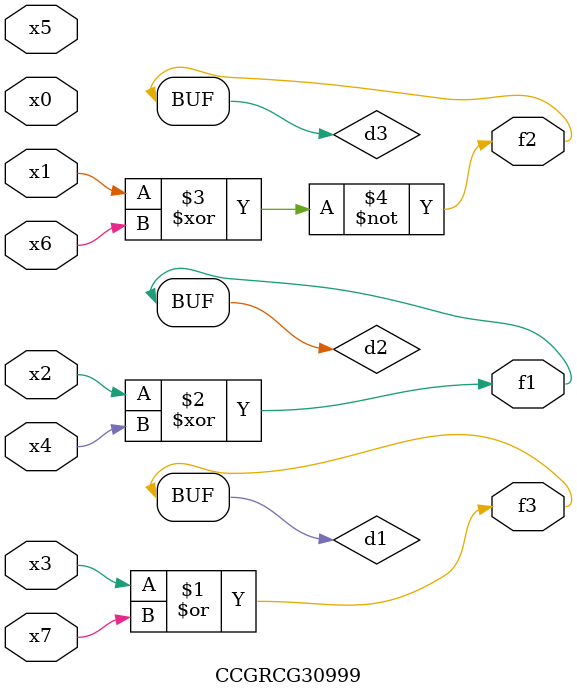
<source format=v>
module CCGRCG30999(
	input x0, x1, x2, x3, x4, x5, x6, x7,
	output f1, f2, f3
);

	wire d1, d2, d3;

	or (d1, x3, x7);
	xor (d2, x2, x4);
	xnor (d3, x1, x6);
	assign f1 = d2;
	assign f2 = d3;
	assign f3 = d1;
endmodule

</source>
